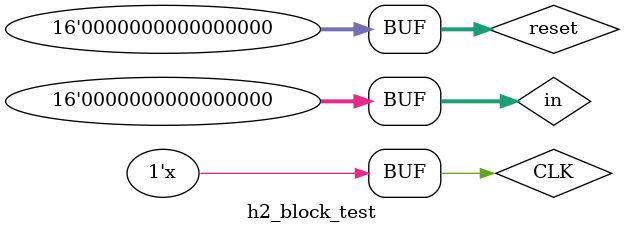
<source format=v>
`timescale 1ns / 1ps


module h2_block_test;

	// Inputs
	reg [15:0] in;
	reg CLK;
	reg [15:0] reset;

	// Outputs
	wire [15:0] out;

	// Instantiate the Unit Under Test (UUT)
	h2_block uut (
		.in(in), 
		.CLK(CLK), 
		.reset(reset), 
		.out(out)
	);

	initial begin
		// Initialize Inputs
		in = 16'b0000000000000000;
		CLK = 0;
		reset = 16'b1111111111111111;

		// Wait 100 ns for global reset to finish
		#10;
		reset = 16'b0000000000000000;
		#10;
      in = 16'b0111010000000000;
		#20;
      in = 16'b1110000000011000;
		#20;
      in = 16'b1110010110111000;
		#20;
      in = 16'b0000000001110000;
      #20;
      in = 16'b0000000000000000;  
		// Add stimulus here

	end
always begin #10; CLK <= ~CLK; end      
endmodule


</source>
